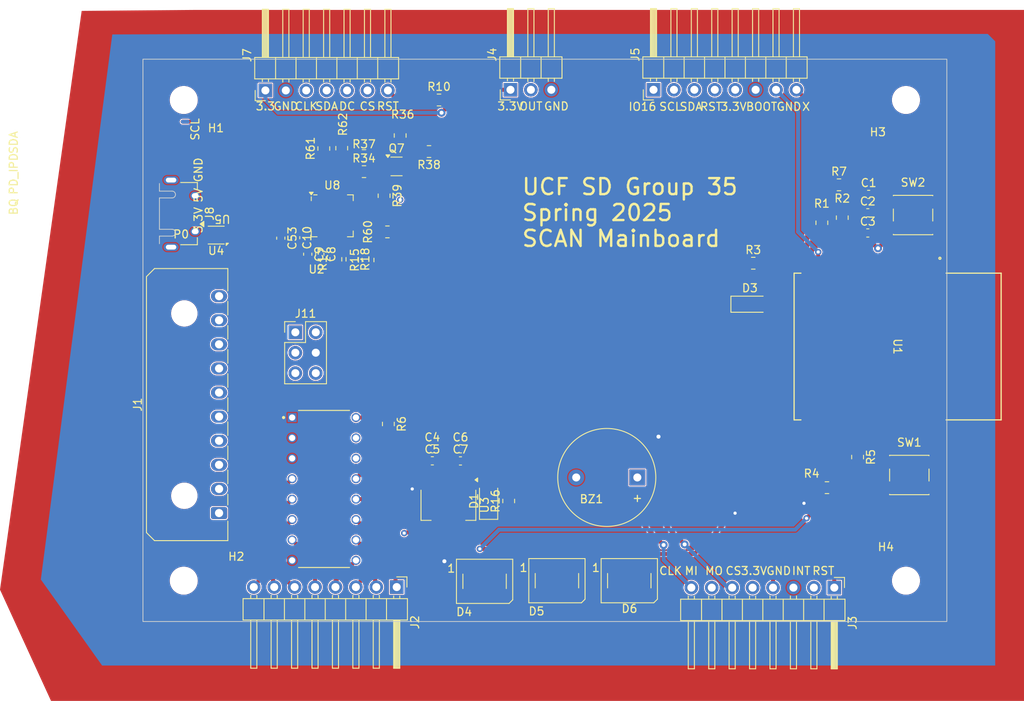
<source format=kicad_pcb>
(kicad_pcb (version 20240108) (generator "pcbnew") (generator_version "8.0")
  (title_block (title "SCAN") (date "2025-01-30") (rev "v1.0") (company "Jonah Sprandel"))
  (layers (0 "F.Cu" signal) (31 "B.Cu" signal) (34 "B.Paste" user) (35 "F.Paste" user) (36 "B.SilkS" user "B.Silkscreen") (37 "F.SilkS" user "F.Silkscreen") (38 "B.Mask" user) (39 "F.Mask" user) (44 "Edge.Cuts" user))
  (net 0 "")
  (net 1 "/RGB_1")
  (net 2 "/RGB_12")
  (net 3 "AGND")
  (net 4 "/RGB_23")
  (net 6 "/P2")
  (net 7 "/P4")
  (net 8 "/TFT_RESET_N")
  (net 9 "/P7")
  (net 10 "/P3")
  (net 11 "/P6")
  (net 12 "/P0")
  (net 13 "3.3V_SYS")
  (net 14 "/P5")
  (net 15 "/Auto Download/RTS")
  (net 16 "/Auto Download/DTR")
  (net 17 "/P1")
  (net 18 "/BQ25798_INT")
  (net 19 "/I2C_SDA")
  (net 20 "/I2C_SCL")
  (net 21 "/CHIP_PU")
  (net 22 "/KEYPAD_INT")
  (net 23 "/GPIO12_BREAKOUT")
  (net 24 "/GPIO13_BREAKOUT")
  (net 25 "/UART_RXD")
  (net 26 "/PD_GPIO")
  (net 27 "/SPI_MISO")
  (net 28 "/PD_INT")
  (net 29 "/UART_TXD")
  (net 30 "/PIR_OUT")
  (net 31 "/SPI_CLK")
  (net 33 "/BUZZER_PWM")
  (net 34 "/TFT_DC")
  (net 35 "/BOOT")
  (net 36 "/SPI_MOSI")
  (net 37 "/TFT_CS")
  (net 38 "Net-(Q7A-B1)")
  (net 39 "Net-(Q7B-B2)")
  (net 40 "Net-(Q7B-C2)")
  (net 41 "Net-(Q7A-C1)")
  (net 56 "/USB-to-UART Bridge/VDD")
  (net 59 "5V_SYS")
  (net 60 "Net-(D1-A)")
  (net 61 "/NFC_INT")
  (net 62 "/NFC_RST")
  (net 63 "/SPI_CS")
  (net 64 "/USB-to-UART Bridge/TXD")
  (net 65 "/USB-to-UART Bridge/RXD")
  (net 66 "/RGB_CTRL")
  (net 68 "/MICRO_USB_D-")
  (net 69 "/MICRO_USB_D+")
  (net 70 "/USB-to-UART Bridge/RST")
  (net 71 "/USB-to-UART Bridge/VBUS_SNS")
  (net 72 "Net-(R37-Pad2)")
  (net 73 "/USB-to-UART Bridge/SUSPEND")
  (net 74 "3.3V_LDO_OUT")
  (net 75 "VBUS")
  (net 76 "5V_PWR_BRD")
  (net 77 "3.3V_PWR_BRD")
  (net 78 "GND")
  (footprint "LED_SMD:LED_WS2812B_PLCC4_5.0x5.0mm_P3.2mm" (layer "F.Cu") (at 148.35 127)
    (property "Reference" "D5")
    (property "Value" "FAILURE_LED")
  )
  (footprint "Resistor_SMD:R_0805_2012Metric" (layer "F.Cu") (at 127.38 107.4925 -90)
    (property "Reference" "R6")
    (property "Value" "10k")
  )
  (footprint "Connector_PinHeader_2.54mm:PinHeader_1x08_P2.54mm_Horizontal" (layer "F.Cu") (at 160.365 65.89 90)
    (property "Reference" "J5")
    (property "Value" "DEBUG_BREAKOUT")
  )
  (footprint "Resistor_SMD:R_0805_2012Metric" (layer "F.Cu") (at 127.2625 83.58)
    (property "Reference" "R60")
    (property "Value" "0Ω")
  )
  (footprint "Resistor_SMD:R_0805_2012Metric" (layer "F.Cu") (at 172.7725 87.48)
    (property "Reference" "R3")
    (property "Value" "10k")
  )
  (footprint "Buzzer_Beeper:Buzzer_12x9.5RM7.6" (layer "F.Cu") (at 158.35 114.15 180)
    (property "Reference" "BZ1")
    (property "Value" "Buzzer")
  )
  (footprint "Resistor_SMD:R_0805_2012Metric" (layer "F.Cu") (at 183.4375 77.72)
    (property "Reference" "R7")
    (property "Value" "3.3k")
  )
  (footprint "MountingHole:MountingHole_3.2mm_M3" (layer "F.Cu") (at 101.93 67.16)
    (property "Reference" "H1")
    (property "Value" "MountingHole_Pad" (hide yes))
  )
  (footprint "Resistor_SMD:R_0805_2012Metric" (layer "F.Cu") (at 121.58 73.16 90)
    (property "Reference" "R62")
    (property "Value" "0Ω")
  )
  (footprint "LED_SMD:LED_WS2812B_PLCC4_5.0x5.0mm_P3.2mm" (layer "F.Cu") (at 139.35 127.08)
    (property "Reference" "D4")
    (property "Value" "SUCCESS_LED")
  )
  (footprint "Resistor_SMD:R_0805_2012Metric" (layer "F.Cu") (at 183.845 81.81 -90)
    (property "Reference" "R2")
    (property "Value" "2.2k")
  )
  (footprint "Connector_USB:USB_Micro-AB_Molex_47590-0001" (layer "F.Cu") (at 100 81.305 -90)
    (property "Reference" "J8")
    (property "Value" "USB_B_Micro")
    (fp_line (start -3.75 1.1) (end -2.8 1.1) (stroke (width 0.1)) (layer "Edge.Cuts"))
    (fp_line (start -1.95 1.1) (end 1.95 1.1) (stroke (width 0.1)) (layer "Edge.Cuts"))
    (fp_line (start 2.8 1.1) (end 3.75 1.1) (stroke (width 0.1)) (layer "Edge.Cuts"))
    (fp_line (start -2.8 -0.475) (end -2.8 1.1) (stroke (width 0.1)) (layer "Edge.Cuts"))
    (fp_line (start -1.95 -0.475) (end -1.95 1.1) (stroke (width 0.1)) (layer "Edge.Cuts"))
    (fp_line (start 1.95 -0.475) (end 1.95 1.1) (stroke (width 0.1)) (layer "Edge.Cuts"))
    (fp_line (start 2.8 -0.475) (end 2.8 1.1) (stroke (width 0.1)) (layer "Edge.Cuts"))
    (fp_arc (start -2.8 -0.475) (mid -2.375 -0.9) (end -1.95 -0.475) (stroke (width 0.1)) (layer "Edge.Cuts"))
    (fp_arc (start 1.95 -0.475) (mid 2.375 -0.9) (end 2.8 -0.475) (stroke (width 0.1)) (layer "Edge.Cuts"))
  )
  (footprint "LED_SMD:LED_WS2812B_PLCC4_5.0x5.0mm_P3.2mm" (layer "F.Cu") (at 157.35 127)
    (property "Reference" "D6")
    (property "Value" "ADMIN_LED")
  )
  (footprint "SCAN_footprints:ESP32-C6-WROOM-1-N8" (layer "F.Cu") (at 190.73 97.85 -90)
    (property "Reference" "U1")
    (property "Value" "ESP32-C6-WROOM-1-N8")
  )
  (footprint "SCAN_footprints:DMY0003A" (layer "F.Cu") (at 106.724999 81.979999 180)
    (property "Reference" "U5")
    (property "Value" "ESD122DMYR" (hide yes))
  )
  (footprint "Resistor_SMD:R_0805_2012Metric" (layer "F.Cu") (at 133.68 67.16)
    (property "Reference" "R10")
    (property "Value" "10k")
  )
  (footprint "MountingHole:MountingHole_3.2mm_M3" (layer "F.Cu") (at 191.77 127)
    (property "Reference" "H4")
    (property "Value" "MountingHole_Pad" (hide yes))
  )
  (footprint "Capacitor_SMD:C_0603_1608Metric" (layer "F.Cu") (at 115.85 84.305 -90)
    (property "Reference" "C10")
    (property "Value" "4.7u")
  )
  (footprint "SCAN_footprints:SW_SPST_PTS647_Sx38" (layer "F.Cu") (at 192.185 113.845)
    (property "Reference" "SW1")
    (property "Value" "RST_SWITCH")
  )
  (footprint "MountingHole:MountingHole_3.2mm_M3" (layer "F.Cu") (at 191.77 67.16)
    (property "Reference" "H3")
    (property "Value" "MountingHole_Pad" (hide yes))
  )
  (footprint "Resistor_SMD:R_0805_2012Metric" (layer "F.Cu") (at 120.85 86.9925 90)
    (property "Reference" "R17")
    (property "Value" "47.5k")
  )
  (footprint "Diode_SMD:D_SOD-123" (layer "F.Cu") (at 172.35 92.58)
    (property "Reference" "D3")
    (property "Value" "1N4148W")
  )
  (footprint "Capacitor_SMD:C_0603_1608Metric" (layer "F.Cu") (at 117.35 86.355 -90)
    (property "Reference" "C9")
    (property "Value" "4.7u")
  )
  (footprint "Capacitor_SMD:C_0603_1608Metric" (layer "F.Cu") (at 114 84.3625 -90)
    (property "Reference" "C53")
    (property "Value" ".1u")
  )
  (footprint "Connector_PinHeader_2.54mm:PinHeader_1x03_P2.54mm_Horizontal" (layer "F.Cu") (at 142.57 65.89 90)
    (property "Reference" "J4")
    (property "Value" "PIR_CONN")
  )
  (footprint "Resistor_SMD:R_0805_2012Metric" (layer "F.Cu") (at 181.305 82.445 -90)
    (property "Reference" "R1")
    (property "Value" "2.2k" (hide yes))
  )
  (footprint "Connector_PinHeader_2.54mm:PinHeader_1x08_P2.54mm_Horizontal" (layer "F.Cu") (at 182.85 127.865 -90)
    (property "Reference" "J3")
    (property "Value" "PN532_CONN")
  )
  (footprint "SCAN_footprints:DIP794W45P254L1969H508Q16" (layer "F.Cu") (at 119.38 115.58)
    (property "Reference" "U2")
    (property "Value" "PCF8574" (hide yes))
  )
  (footprint "Package_SON:WSON-6-1EP_2x2mm_P0.65mm_EP1x1.6mm" (layer "F.Cu") (at 105.9625 83.98 180)
    (property "Reference" "U4")
    (property "Value" "TVS2200DRV")
  )
  (footprint "Connector_PinHeader_2.54mm:PinHeader_1x07_P2.54mm_Horizontal" (layer "F.Cu") (at 112.085 65.97 90)
    (property "Reference" "J7")
    (property "Value" "TFT_CONN")
  )
  (footprint "Resistor_SMD:R_0805_2012Metric" (layer "F.Cu") (at 185.75 111.61 -90)
    (property "Reference" "R5")
    (property "Value" "10k")
  )
  (footprint "Capacitor_SMD:C_0603_1608Metric" (layer "F.Cu") (at 136.35 112.09)
    (property "Reference" "C7")
    (property "Value" "100nF")
  )
  (footprint "Connector_PinHeader_2.54mm:PinHeader_1x08_P2.54mm_Horizontal" (layer "F.Cu") (at 128.42 127.795 -90)
    (property "Reference" "J2")
    (property "Value" "KEYPAD_CONN")
  )
  (footprint "Resistor_SMD:R_0805_2012Metric" (layer "F.Cu") (at 126.85 79.08 -90)
    (property "Reference" "R39")
    (property "Value" "0Ω")
  )
  (footprint "Resistor_SMD:R_0805_2012Metric" (layer "F.Cu") (at 119.35 73.2 90)
    (property "Reference" "R61")
    (property "Value" "0Ω")
  )
  (footprint "Resistor_SMD:R_0805_2012Metric" (layer "F.Cu") (at 122.85 86.9925 -90)
    (property "Reference" "R18")
    (property "Value" "22.1k")
  )
  (footprint "Connector_Molex:Molex_Micro-Fit_3.0_43650-1000_1x10_P3.00mm_Horizontal" (layer "F.Cu") (at 106.32 118.58 90)
    (property "Reference" "J1")
    (property "Value" "Conn_01x10")
  )
  (footprint "LED_SMD:LED_1206_3216Metric" (layer "F.Cu") (at 139.85 117.08 90)
    (property "Reference" "D1")
    (property "Value" "LED")
  )
  (footprint "Resistor_SMD:R_0805_2012Metric" (layer "F.Cu") (at 124.85 87.08 90)
    (property "Reference" "R15")
    (property "Value" "1k")
  )
  (footprint "SCAN_footprints:SW_SPST_PTS647_Sx38" (layer "F.Cu") (at 192.65 81.48)
    (property "Reference" "SW2")
    (property "Value" "SW_Push")
  )
  (footprint "Package_DFN_QFN:QFN-28-1EP_5x5mm_P0.5mm_EP3.35x3.35mm" (layer "F.Cu") (at 120.4 81.58)
    (property "Reference" "U8")
    (property "Value" "CP2102N-A02-xQFN28")
  )
  (footprint "Resistor_SMD:R_0805_2012Metric" (layer "F.Cu") (at 181.94 115.42)
    (property "Reference" "R4")
    (property "Value" "10k")
  )
  (footprint "Resistor_SMD:R_0805_2012Metric" (layer "F.Cu") (at 128.85 71.58 90)
    (property "Reference" "R36")
    (property "Value" "0Ω")
  )
  (footprint "Capacitor_SMD:C_0603_1608Metric" (layer "F.Cu") (at 187.02 83.715)
    (property "Reference" "C3")
    (property "Value" "1u")
  )
  (footprint "Capacitor_SMD:C_0603_1608Metric" (layer "F.Cu") (at 132.85 110.58)
    (property "Reference" "C4")
    (property "Value" "10uF")
  )
  (footprint "MountingHole:MountingHole_3.2mm_M3" (layer "F.Cu") (at 101.93 127)
    (property "Reference" "H2")
    (property "Value" "MountingHole_Pad" (hide yes))
  )
  (footprint "Resistor_SMD:R_0805_2012Metric" (layer "F.Cu") (at 124.35 74.08 180)
    (property "Reference" "R37")
    (property "Value" "10k")
  )
  (footprint "Resistor_SMD:R_0805_2012Metric" (layer "F.Cu") (at 124.35 76.08)
    (property "Reference" "R34")
    (property "Value" "10k")
  )
  (footprint "Package_TO_SOT_SMD:SOT-223-3_TabPin2" (layer "F.Cu") (at 134.85 117.58 -90)
    (property "Reference" "U3")
    (property "Value" "AMS1117-3.3")
  )
  (footprint "Resistor_SMD:R_0805_2012Metric" (layer "F.Cu") (at 132.4375 73.58 180)
    (property "Reference" "R38")
    (property "Value" "0Ω")
  )
  (footprint "Resistor_SMD:R_0805_2012Metric" (layer "F.Cu") (at 142.35 117.08 90)
    (property "Reference" "R16")
    (property "Value" "1k")
  )
  (footprint "Package_TO_SOT_SMD:SOT-363_SC-70-6" (layer "F.Cu") (at 128.4 75.43)
    (property "Reference" "Q7")
    (property "Value" "BC847BDW1")
  )
  (footprint "Capacitor_SMD:C_0603_1608Metric" (layer "F.Cu") (at 118.85 86.355 -90)
    (property "Reference" "C8")
    (property "Value" ".1u")
  )
  (footprint "Capacitor_SMD:C_0603_1608Metric" (layer "F.Cu") (at 132.85 112.08)
    (property "Reference" "C5")
    (property "Value" "100nF")
  )
  (footprint "Capacitor_SMD:C_0603_1608Metric" (layer "F.Cu") (at 136.35 110.58)
    (property "Reference" "C6")
    (property "Value" "10uF")
  )
  (footprint "Connector_PinHeader_2.54mm:PinHeader_2x03_P2.54mm_Vertical" (layer "F.Cu") (at 115.81 96.08)
    (property "Reference" "J11")
    (property "Value" "PWR_MUX")
  )
  (footprint "Capacitor_SMD:C_0603_1608Metric" (layer "F.Cu") (at 187.1275 78.915)
    (property "Reference" "C1")
    (property "Value" "10u")
  )
  (footprint "Capacitor_SMD:C_0603_1608Metric" (layer "F.Cu") (at 187.02 81.205)
    (property "Reference" "C2")
    (property "Value" "0.1u")
  )
  (gr_rect (start 96.85 62.08) (end 196.85 132.08) (stroke (width 0.1)) (fill none) (layer "Edge.Cuts"))
  (gr_text "3.3V" (at 142.57 67.945 0) (layer "F.SilkS") (effects (font (size 1 1))))
  (gr_text "OUT" (at 145.11 67.945 0) (layer "F.SilkS") (effects (font (size 1 1))))
  (gr_text "BOOT" (at 171.78 68.58 0) (layer "F.SilkS") (effects (font (size 1 1)) (justify left bottom)))
  (gr_text "SDA" (at 163.525 68.58 0) (layer "F.SilkS") (effects (font (size 1 1)) (justify left bottom)))
  (gr_text "P0" (at 100.525 84.465 0) (layer "F.SilkS") (effects (font (size 1 1)) (justify left bottom)))
  (gr_text "X" (at 178.765 68.58 0) (layer "F.SilkS") (effects (font (size 1 1)) (justify left bottom)))
  (gr_text "BQ" (at 81.35 81.58 90) (layer "F.SilkS") (effects (font (size 1 1)) (justify left bottom)))
  (gr_text "3.3" (at 112.09 67.945 0) (layer "F.SilkS") (effects (font (size 1 1))))
  (gr_text "5V" (at 104.335 80.02 90) (layer "F.SilkS") (effects (font (size 1 1)) (justify left bottom)))
  (gr_text "3.3V" (at 168.605 68.58 0) (layer "F.SilkS") (effects (font (size 1 1)) (justify left bottom)))
  (gr_text "INT" (at 177.495 126.365 0) (layer "F.SilkS") (effects (font (size 1 1)) (justify left bottom)))
  (gr_text "RST" (at 166.065 68.58 0) (layer "F.SilkS") (effects (font (size 1 1)) (justify left bottom)))
  (gr_text "MO" (at 166.7 126.365 0) (layer "F.SilkS") (effects (font (size 1 1)) (justify left bottom)))
  (gr_text "PD" (at 81.35 75.865 90) (layer "F.SilkS") (effects (font (size 1 1)) (justify left bottom)))
  (gr_text "MI" (at 164.16 126.365 0) (layer "F.SilkS") (effects (font (size 1 1)) (justify left bottom)))
  (gr_text "UCF SD Group 35\nSpring 2025\nSCAN Mainboard" (at 143.85 85.58 0) (layer "F.SilkS") (effects (font (size 2 2) (thickness 0.3) (bold yes)) (justify left bottom)))
  (gr_text "CS" (at 169.24 126.365 0) (layer "F.SilkS") (effects (font (size 1 1)) (justify left bottom)))
  (gr_text "SDA" (at 119.71 67.945 0) (layer "F.SilkS") (effects (font (size 1 1))))
  (gr_text "GND" (at 174.32 126.365 0) (layer "F.SilkS") (effects (font (size 1 1)) (justify left bottom)))
  (gr_text "GND" (at 114.63 67.945 0) (layer "F.SilkS") (effects (font (size 1 1))))
  (gr_text "CLK" (at 117.17 67.945 0) (layer "F.SilkS") (effects (font (size 1 1))))
  (gr_text "RST" (at 127.33 67.945 0) (layer "F.SilkS") (effects (font (size 1 1))))
  (gr_text "SCL" (at 160.985 68.58 0) (layer "F.SilkS") (effects (font (size 1 1)) (justify left bottom)))
  (gr_text "GND" (at 175.59 68.58 0) (layer "F.SilkS") (effects (font (size 1 1)) (justify left bottom)))
  (gr_text "SDA" (at 81.35 73.96 90) (layer "F.SilkS") (effects (font (size 1 1)) (justify left bottom)))
  (gr_text "DC" (at 122.25 67.945 0) (layer "F.SilkS") (effects (font (size 1 1))))
  (gr_text "CLK" (at 160.985 126.365 0) (layer "F.SilkS") (effects (font (size 1 1)) (justify left bottom)))
  (gr_text "SCL" (at 103.935 72.295 90) (layer "F.SilkS") (effects (font (size 1 1)) (justify left bottom)))
  (gr_text "IO16" (at 157.175 68.58 0) (layer "F.SilkS") (effects (font (size 1 1)) (justify left bottom)))
  (gr_text "3.3V" (at 104.335 83.83 90) (layer "F.SilkS") (effects (font (size 1 1)) (justify left bottom)))
  (gr_text "PD_I" (at 81.35 79.04 90) (layer "F.SilkS") (effects (font (size 1 1)) (justify left bottom)))
  (gr_text "GND" (at 148.285 67.945 0) (layer "F.SilkS") (effects (font (size 1 1))))
  (gr_text "RST" (at 180.035 126.365 0) (layer "F.SilkS") (effects (font (size 1 1)) (justify left bottom)))
  (gr_text "3.3V" (at 171.145 126.365 0) (layer "F.SilkS") (effects (font (size 1 1)) (justify left bottom)))
  (gr_text "GND" (at 104.335 77.48 90) (layer "F.SilkS") (effects (font (size 1 1)) (justify left bottom)))
  (gr_text "CS" (at 124.79 67.945 0) (layer "F.SilkS") (effects (font (size 1 1))))
  (segment (start 182.8525 115.7775) (end 182.8525 115.42) (width 0.5) (layer "F.Cu") (net 1))
  (segment (start 139.41 123.04) (end 138.76 123.04) (width 0.5) (layer "F.Cu") (net 1))
  (segment (start 179.4 119.23) (end 182.8525 115.7775) (width 0.5) (layer "F.Cu") (net 1))
  (segment (start 141.8 125.43) (end 139.41 123.04) (width 0.5) (layer "F.Cu") (net 1))
  (via (at 179.4 119.23) (size 0.8) (drill 0.4) (layers "F.Cu" "B.Cu") (net 1))
  (via (at 138.76 123.04) (size 0.8) (drill 0.4) (layers "F.Cu" "B.Cu") (net 1))
  (segment (start 141.15 120.65) (end 138.76 123.04) (width 0.5) (layer "B.Cu") (net 1))
  (segment (start 179.4 119.23) (end 177.98 120.65) (width 0.5) (layer "B.Cu") (net 1))
  (segment (start 177.98 120.65) (end 141.15 120.65) (width 0.5) (layer "B.Cu") (net 1))
  (segment (start 114.395 120.405) (end 114.395 126.62) (width 0.5) (layer "F.Cu") (net 6))
  (segment (start 114.395 126.62) (end 115.57 127.795) (width 0.5) (layer "F.Cu") (net 6))
  (segment (start 115.41 119.39) (end 114.395 120.405) (width 0.5) (layer "F.Cu") (net 6))
  (segment (start 120.8 127.02) (end 123.35 124.47) (width 0.5) (layer "F.Cu") (net 7))
  (segment (start 120.8 127.795) (end 120.8 127.02) (width 0.5) (layer "F.Cu") (net 7))
  (segment (start 132.7675 67.16) (end 128.515 67.16) (width 0.5) (layer "F.Cu") (net 8))
  (segment (start 128.515 67.16) (end 127.325 65.97) (width 0.5) (layer "F.Cu") (net 8))
  (segment (start 128.27 118.27) (end 128.27 127.795) (width 0.5) (layer "F.Cu") (net 9))
  (segment (start 123.35 116.85) (end 126.85 116.85) (width 0.5) (layer "F.Cu") (net 9))
  (segment (start 126.85 116.85) (end 128.27 118.27) (width 0.5) (layer "F.Cu") (net 9))
  (segment (start 118.26 127.795) (end 118.26 124.78) (width 0.5) (layer "F.Cu") (net 10))
  (segment (start 118.26 124.78) (end 115.41 121.93) (width 0.5) (layer "F.Cu") (net 10))
  (segment (start 123.35 119.39) (end 125.73 121.77) (width 0.5) (layer "F.Cu") (net 11))
  (segment (start 125.73 121.77) (end 125.73 127.795) (width 0.5) (layer "F.Cu") (net 11))
  (segment (start 113.64 116.82) (end 111.88 118.58) (width 0.5) (layer "F.Cu") (net 12))
  (segment (start 113.64 116.08) (end 113.64 116.82) (width 0.5) (layer "F.Cu") (net 12))
  (segment (start 111.88 126.405) (end 110.49 127.795) (width 0.5) (layer "F.Cu") (net 12))
  (segment (start 115.41 114.31) (end 113.64 116.08) (width 0.5) (layer "F.Cu") (net 12))
  (segment (start 111.88 118.58) (end 111.88 126.405) (width 0.5) (layer "F.Cu") (net 12))
  (segment (start 175.335 125.58) (end 181.305 125.58) (width 0.5) (layer "F.Cu") (net 13))
  (segment (start 183.845 80.8975) (end 184.1525 81.205) (width 0.5) (layer "F.Cu") (net 13))
  (segment (start 126.7225 106.5625) (end 126.595 106.69) (width 0.5) (layer "F.Cu") (net 13))
  (segment (start 184.1525 81.205) (end 186.245 81.205) (width 0.5) (layer "F.Cu") (net 13))
  (segment (start 141.3 65.89) (end 142.57 65.89) (width 0.5) (layer "F.Cu") (net 13))
  (segment (start 134.5925 68.1525) (end 134.5925 67.16) (width 0.5) (layer "F.Cu") (net 13))
  (segment (start 181.305 81.5325) (end 183.21 81.5325) (width 0.5) (layer "F.Cu") (net 13))
  (segment (start 185.75 121.135) (end 185.75 112.5225) (width 0.5) (layer "F.Cu") (net 13))
  (segment (start 133.9975 68.7475) (end 134.5925 68.1525) (width 0.5) (layer "F.Cu") (net 13))
  (segment (start 127 106.5625) (end 126.7225 106.5625) (width 0.5) (layer "F.Cu") (net 13))
  (segment (start 186.3525 78.915) (end 186.3525 81.0975) (width 0.5) (layer "F.Cu") (net 13))
  (segment (start 140.03 67.16) (end 141.3 65.89) (width 0.5) (layer "F.Cu") (net 13))
  (segment (start 186.3525 81.0975) (end 186.245 81.205) (width 0.5) (layer "F.Cu") (net 13))
  (segment (start 175.23 125.685) (end 175.335 125.58) (width 0.5) (layer "F.Cu") (net 13))
  (segment (start 126.595 106.69) (end 123.35 106.69) (width 0.5) (layer "F.Cu") (net 13))
  (segment (start 134.5925 67.16) (end 140.03 67.16) (width 0.5) (layer "F.Cu") (net 13))
  (segment (start 183.21 81.5325) (end 183.845 80.8975) (width 0.5) (layer "F.Cu") (net 13))
  (segment (start 175.23 127.865) (end 175.23 125.685) (width 0.5) (layer "F.Cu") (net 13))
  (segment (start 181.305 125.58) (end 185.75 121.135) (width 0.5) (layer "F.Cu") (net 13))
  (via (at 133.9975 68.7475) (size 1) (drill 0.5) (layers "F.Cu" "B.Cu") (net 13))
  (segment (start 112.09 67.16) (end 112.09 65.89) (width 0.5) (layer "B.Cu") (net 13))
  (segment (start 133.9975 68.7475) (end 113.6775 68.7475) (width 0.5) (layer "B.Cu") (net 13))
  (segment (start 113.6775 68.7475) (end 112.09 67.16) (width 0.5) (layer "B.Cu") (net 13))
  (segment (start 123.35 121.93) (end 124.365 122.945) (width 0.5) (layer "F.Cu") (net 14))
  (segment (start 124.365 126.62) (end 123.19 127.795) (width 0.5) (layer "F.Cu") (net 14))
  (segment (start 124.365 122.945) (end 124.365 126.62) (width 0.5) (layer "F.Cu") (net 14))
  (segment (start 124.35 78.58) (end 123.4375 77.6675) (width 0.5) (layer "F.Cu") (net 15))
  (segment (start 130.35 77.08) (end 130.35 80.08) (width 0.5) (layer "F.Cu") (net 15))
  (segment (start 120.9 79.13) (end 120.9 78.6175) (width 0.25) (layer "F.Cu") (net 15))
  (segment (start 129.35 76.08) (end 130.35 77.08) (width 0.5) (layer "F.Cu") (net 15))
  (segment (start 120.9 78.6175) (end 123.4375 76.08) (width 0.25) (layer "F.Cu") (net 15))
  (segment (start 124.35 80.08) (end 124.35 78.58) (width 0.5) (layer "F.Cu") (net 15))
  (segment (start 123.4375 77.6675) (end 123.4375 76.08) (width 0.5) (layer "F.Cu") (net 15))
  (segment (start 128.85 81.58) (end 125.85 81.58) (width 0.5) (layer "F.Cu") (net 15))
  (segment (start 125.85 81.58) (end 124.35 80.08) (width 0.5) (layer "F.Cu") (net 15))
  (segment (start 130.35 80.08) (end 128.85 81.58) (width 0.5) (layer "F.Cu") (net 15))
  (segment (start 127.45 74.78) (end 125.9625 74.78) (width 0.5) (layer "F.Cu") (net 16))
  (segment (start 125.9625 74.78) (end 125.2625 74.08) (width 0.5) (layer "F.Cu") (net 16))
  (segment (start 113.03 119.23) (end 113.03 127.795) (width 0.5) (layer "F.Cu") (net 17))
  (segment (start 115.41 116.85) (end 113.03 119.23) (width 0.5) (layer "F.Cu") (net 17))
  (segment (start 190.025 83.885) (end 190.025 83.08) (width 0.5) (layer "F.Cu") (net 21))
  (segment (start 188.29 85.62) (end 190.025 83.885) (width 0.5) (layer "F.Cu") (net 21))
  (segment (start 190.025 83.08) (end 195.275 83.08) (width 0.5) (layer "F.Cu") (net 21))
  (segment (start 128.4375 79.9925) (end 128.85 79.58) (width 0.5) (layer "F.Cu") (net 21))
  (segment (start 188.22 85.62) (end 186.315 83.715) (width 0.5) (layer "F.Cu") (net 21))
  (segment (start 188.29 85.62) (end 188.22 85.62) (width 0.5) (layer "F.Cu") (net 21))
  (segment (start 186.315 83.715) (end 186.245 83.715) (width 0.5) (layer "F.Cu") (net 21))
  (segment (start 126.85 79.9925) (end 128.4375 79.9925) (width 0.5) (layer "F.Cu") (net 21))
  (via (at 128.85 79.58) (size 0.8) (drill 0.4) (layers "F.Cu" "B.Cu") (net 21))
  (via (at 188.29 85.62) (size 1) (drill 0.5) (layers "F.Cu" "B.Cu") (net 21))
  (segment (start 127.38 110.28) (end 127.38 108.405) (width 0.5) (layer "F.Cu") (net 22))
  (segment (start 123.35 114.31) (end 127.38 110.28) (width 0.5) (layer "F.Cu") (net 22))
  (segment (start 180.75 89.1) (end 180.75 88.5285) (width 0.5) (layer "F.Cu") (net 23))
  (segment (start 180.85 88.4285) (end 180.85 86.08) (width 0.5) (layer "F.Cu") (net 23))
  (segment (start 180.75 88.5285) (end 180.85 88.4285) (width 0.5) (layer "F.Cu") (net 23))
  (via (at 180.85 86.08) (size 0.8) (drill 0.4) (layers "F.Cu" "B.Cu") (net 23))
  (segment (start 178.35 68.635) (end 175.605 65.89) (width 0.5) (layer "B.Cu") (net 23))
  (segment (start 180.85 86.08) (end 178.35 83.58) (width 0.5) (layer "B.Cu") (net 23))
  (segment (start 178.35 83.58) (end 178.35 68.635) (width 0.5) (layer "B.Cu") (net 23))
  (segment (start 179.48 67.225) (end 178.145 65.89) (width 0.5) (layer "F.Cu") (net 24))
  (segment (start 179.48 89.1) (end 179.48 67.225) (width 0.5) (layer "F.Cu") (net 24))
  (segment (start 101.795 72.4) (end 119.2375 72.4) (width 0.5) (layer "F.Cu") (net 25))
  (segment (start 119.2375 72.4) (end 119.35 72.2875) (width 0.5) (layer "F.Cu") (net 25))
  (segment (start 101.795 69.86) (end 119.1925 69.86) (width 0.5) (layer "F.Cu") (net 29))
  (segment (start 119.1925 69.86) (end 121.58 72.2475) (width 0.5) (layer "F.Cu") (net 29))
  (segment (start 102.43 69.86) (end 101.795 69.86) (width 0.5) (layer "B.Cu") (net 29))
  (segment (start 161.62 122.555) (end 158.93 119.865) (width 0.5) (layer "F.Cu") (net 31))
  (segment (start 158.93 119.865) (end 149.07561 119.865) (width 0.5) (layer "F.Cu") (net 31))
  (segment (start 134.35 105.13939) (end 134.35 83.07) (width 0.5) (layer "F.Cu") (net 31))
  (segment (start 149.07561 119.865) (end 134.35 105.13939) (width 0.5) (layer "F.Cu") (net 31))
  (via (at 161.62 122.555) (size 1) (drill 0.5) (layers "F.Cu" "B.Cu") (net 31))
  (segment (start 161.62 124.415) (end 165.07 127.865) (width 0.5) (layer "B.Cu") (net 31))
  (segment (start 161.62 122.555) (end 161.62 124.415) (width 0.5) (layer "B.Cu") (net 31))
  (segment (start 189.56 115.445) (end 194.81 115.445) (width 0.5) (layer "F.Cu") (net 35))
  (segment (start 160.35 118.595) (end 150.455 118.595) (width 0.5) (layer "F.Cu") (net 36))
  (segment (start 150.455 118.595) (end 136.35 104.49) (width 0.5) (layer "F.Cu") (net 36))
  (segment (start 164.235 122.48) (end 160.35 118.595) (width 0.5) (layer "F.Cu") (net 36))
  (segment (start 136.35 104.49) (end 136.35 82.53) (width 0.5) (layer "F.Cu") (net 36))
  (via (at 164.235 122.48) (size 1) (drill 0.5) (layers "F.Cu" "B.Cu") (net 36))
  (segment (start 164.235 122.48) (end 169.62 127.865) (width 0.5) (layer "B.Cu") (net 36))
  (segment (start 169.62 127.865) (end 170.15 127.865) (width 0.5) (layer "B.Cu") (net 36))
  (segment (start 125.2625 76.08) (end 125.9125 75.43) (width 0.5) (layer "F.Cu") (net 38))
  (segment (start 125.9125 75.43) (end 127.45 75.43) (width 0.5) (layer "F.Cu") (net 38))
  (segment (start 129.702352 75.43) (end 131.525 73.607352) (width 0.5) (layer "F.Cu") (net 39))
  (segment (start 129.35 75.43) (end 129.702352 75.43) (width 0.5) (layer "F.Cu") (net 39))
  (segment (start 131.525 73.607352) (end 131.525 73.58) (width 0.5) (layer "F.Cu") (net 39))
  (segment (start 126.7625 76.7675) (end 126.7625 78.08) (width 0.5) (layer "F.Cu") (net 40))
  (segment (start 127.45 76.08) (end 126.7625 76.7675) (width 0.5) (layer "F.Cu") (net 40))
  (segment (start 128.85 74.28) (end 129.35 74.78) (width 0.5) (layer "F.Cu") (net 41))
  (segment (start 128.85 72.4925) (end 128.85 74.28) (width 0.5) (layer "F.Cu") (net 41))
  (segment (start 117.95 82.58) (end 116.8 82.58) (width 0.25) (layer "F.Cu") (net 56))
  (segment (start 114 83.5875) (end 115.7925 83.5875) (width 0.5) (layer "F.Cu") (net 56))
  (segment (start 115.7925 83.5875) (end 115.85 83.53) (width 0.5) (layer "F.Cu") (net 56))
  (segment (start 116.8 82.58) (end 115.85 83.53) (width 0.25) (layer "F.Cu") (net 56))
  (segment (start 132.55 112.555) (end 132.075 112.08) (width 0.5) (layer "F.Cu") (net 59))
  (segment (start 154.9 124.68) (end 155.905 123.675) (width 0.5) (layer "F.Cu") (net 59))
  (segment (start 132.55 114.43) (end 132.55 112.555) (width 0.5) (layer "F.Cu") (net 59))
  (segment (start 117.95 83.08) (end 117.35 83.68) (width 0.25) (layer "F.Cu") (net 59))
  (segment (start 154.9 125.35) (end 154.9 124.68) (width 0.5) (layer "F.Cu") (net 59))
  (segment (start 155.905 123.675) (end 165.43 123.675) (width 0.5) (layer "F.Cu") (net 59))
  (segment (start 165.43 123.675) (end 170.51 118.595) (width 0.5) (layer "F.Cu") (net 59))
  (segment (start 117.35 83.68) (end 117.35 85.58) (width 0.25) (layer "F.Cu") (net 59))
  (segment (start 179.0825 117.365) (end 181.0275 115.42) (width 0.5) (layer "F.Cu") (net 59))
  (segment (start 132.075 112.08) (end 132.075 110.58) (width 0.5) (layer "F.Cu") (net 59))
  (segment (start 131.5 114.43) (end 130.35 115.58) (width 0.5) (layer "F.Cu") (net 59))
  (segment (start 136.9 125.43) (end 138.05 126.58) (width 0.5) (layer "F.Cu") (net 59))
  (segment (start 122.85 87.905) (end 121.9605 88.7945) (width 0.5) (layer "F.Cu") (net 59))
  (segment (start 121.9605 88.7945) (end 116.5645 88.7945) (width 0.5) (layer "F.Cu") (net 59))
  (segment (start 116.5645 88.7945) (end 115.85 88.08) (width 0.5) (layer "F.Cu") (net 59))
  (segment (start 118.85 85.58) (end 117.35 85.58) (width 0.5) (layer "F.Cu") (net 59))
  (segment (start 136.9 125.43) (end 135.2 125.43) (width 0.5) (layer "F.Cu") (net 59))
  (segment (start 135.2 125.43) (end 134.35 124.58) (width 0.5) (layer "F.Cu") (net 59))
  (segment (start 144.67 126.58) (end 145.9 125.35) (width 0.5) (layer "F.Cu") (net 59))
  (segment (start 115.85 87.08) (end 117.35 85.58) (width 0.5) (layer "F.Cu") (net 59))
  (segment (start 132.55 114.43) (end 131.5 114.43) (width 0.5) (layer "F.Cu") (net 59))
  (segment (start 138.05 126.58) (end 144.67 126.58) (width 0.5) (layer "F.Cu") (net 59))
  (segment (start 115.85 88.08) (end 115.85 87.08) (width 0.5) (layer "F.Cu") (net 59))
  (via (at 134.35 124.58) (size 1) (drill 0.5) (layers "F.Cu" "B.Cu") (net 59))
  (via (at 160.985 109.07) (size 1) (drill 0.5) (layers "F.Cu" "B.Cu") (net 59))
  (via (at 130.35 115.58) (size 0.8) (drill 0.4) (layers "F.Cu" "B.Cu") (net 59))
  (via (at 170.51 118.595) (size 0.8) (drill 0.4) (layers "F.Cu" "B.Cu") (net 59))
  (via (at 179.0825 117.365) (size 0.8) (drill 0.4) (layers "F.Cu" "B.Cu") (net 59))
  (segment (start 170.51 118.595) (end 160.985 109.07) (width 0.5) (layer "B.Cu") (net 59))
  (segment (start 177.8525 118.595) (end 170.51 118.595) (width 0.5) (layer "B.Cu") (net 59))
  (segment (start 179.0825 117.365) (end 177.8525 118.595) (width 0.5) (layer "B.Cu") (net 59))
  (segment (start 139.85 115.68) (end 141.8625 115.68) (width 0.5) (layer "F.Cu") (net 60))
  (segment (start 141.8625 115.68) (end 142.35 116.1675) (width 0.5) (layer "F.Cu") (net 60))
  (segment (start 182.85 127.865) (end 182.85 125.685) (width 0.5) (layer "F.Cu") (net 62))
  (segment (start 185.75 106.68) (end 185.83 106.6) (width 0.5) (layer "F.Cu") (net 62))
  (segment (start 182.85 125.685) (end 187.02 121.515) (width 0.5) (layer "F.Cu") (net 62))
  (segment (start 187.02 121.515) (end 187.02 111.9675) (width 0.5) (layer "F.Cu") (net 62))
  (segment (start 187.02 111.9675) (end 185.75 110.6975) (width 0.5) (layer "F.Cu") (net 62))
  (segment (start 185.75 110.6975) (end 185.75 106.68) (width 0.5) (layer "F.Cu") (net 62))
  (segment (start 119.9 79.13) (end 119.9 74.6625) (width 0.25) (layer "F.Cu") (net 64))
  (segment (start 119.9 74.6625) (end 119.35 74.1125) (width 0.25) (layer "F.Cu") (net 64))
  (segment (start 120.4 79.13) (end 120.4 75.2525) (width 0.25) (layer "F.Cu") (net 65))
  (segment (start 120.4 75.2525) (end 121.58 74.0725) (width 0.25) (layer "F.Cu") (net 65))
  (segment (start 109.1932 82.055) (end 108.768202 82.479998) (width 0.2) (layer "F.Cu") (net 68))
  (segment (start 103.261603 82.178) (end 103.73822 82.178) (width 0.2) (layer "F.Cu") (net 68))
  (segment (start 103.025 81.955) (end 103.038603 81.955) (width 0.2) (layer "F.Cu") (net 68))
  (segment (start 103.765219 82.204999) (end 106.1 82.204999) (width 0.2) (layer "F.Cu") (net 68))
  (segment (start 103.038603 81.955) (end 103.261603 82.178) (width 0.2) (layer "F.Cu") (net 68))
  (segment (start 117.349999 82.08) (end 117.324999 82.055) (width 0.2) (layer "F.Cu") (net 68))
  (segment (start 103.73822 82.178) (end 103.765219 82.204999) (width 0.2) (layer "F.Cu") (net 68))
  (segment (start 106.374999 82.479998) (end 106.599998 82.479998) (width 0.2) (layer "F.Cu") (net 68))
  (segment (start 117.324999 82.055) (end 109.1932 82.055) (width 0.2) (layer "F.Cu") (net 68))
  (segment (start 106.1 82.204999) (end 106.374999 82.479998) (width 0.2) (layer "F.Cu") (net 68))
  (segment (start 117.95 82.08) (end 117.349999 82.08) (width 0.2) (layer "F.Cu") (net 68))
  (segment (start 108.768202 82.479998) (end 106.599998 82.479998) (width 0.2) (layer "F.Cu") (net 68))
  (segment (start 103.248 81.528) (end 103.73822 81.528) (width 0.2) (layer "F.Cu") (net 69))
  (segment (start 103.73822 81.528) (end 103.965219 81.754999) (width 0.2) (layer "F.Cu") (net 69))
  (segment (start 109.0068 81.605) (end 108.581803 82.029997) (width 0.2) (layer "F.Cu") (net 69))
  (segment (start 108.581803 82.029997) (end 107.226999 82.029997) (width 0.2) (layer "F.Cu") (net 69))
  (segment (start 106.374999 81.48) (end 106.599998 81.48) (width 0.2) (layer "F.Cu") (net 69))
  (segment (start 107.226999 81.603) (end 106.722998 81.603) (width 0.2) (layer "F.Cu") (net 69))
  (segment (start 107.226999 82.029997) (end 107.226999 81.603) (width 0.2) (layer "F.Cu") (net 69))
  (segment (start 106.1 81.754999) (end 106.374999 81.48) (width 0.2) (layer "F.Cu") (net 69))
  (segment (start 106.722998 81.603) (end 106.599998 81.48) (width 0.2) (layer "F.Cu") (net 69))
  (segment (start 103.965219 81.754999) (end 106.1 81.754999) (width 0.2) (layer "F.Cu") (net 69))
  (segment (start 117.349999 81.58) (end 117.324999 81.605) (width 0.2) (layer "F.Cu") (net 69))
  (segment (start 117.324999 81.605) (end 109.0068 81.605) (width 0.2) (layer "F.Cu") (net 69))
  (segment (start 117.95 81.58) (end 117.349999 81.58) (width 0.2) (layer "F.Cu") (net 69))
  (segment (start 103.025 81.305) (end 103.248 81.528) (width 0.2) (layer "F.Cu") (net 69))
  (segment (start 123.7625 85.08) (end 124.85 86.1675) (width 0.25) (layer "F.Cu") (net 70))
  (segment (start 120.050001 85.08) (end 123.7625 85.08) (width 0.25) (layer "F.Cu") (net 70))
  (segment (start 119.4 84.429999) (end 120.050001 85.08) (width 0.25) (layer "F.Cu") (net 70))
  (segment (start 119.4 84.03) (end 119.4 84.429999) (width 0.25) (layer "F.Cu") (net 70))
  (segment (start 118.9 84.03) (end 118.9 84.429999) (width 0.25) (layer "F.Cu") (net 71))
  (segment (start 122.85 86.08) (end 120.85 86.08) (width 0.5) (layer "F.Cu") (net 71))
  (segment (start 120.550001 86.08) (end 120.85 86.08) (width 0.25) (layer "F.Cu") (net 71))
  (segment (start 118.9 84.429999) (end 120.550001 86.08) (width 0.25) (layer "F.Cu") (net 71))
  (segment (start 125.248 84.682) (end 126.35 83.58) (width 0.25) (layer "F.Cu") (net 73))
  (segment (start 120.4 84.03) (end 120.4 84.429999) (width 0.25) (layer "F.Cu") (net 73))
  (segment (start 120.652001 84.682) (end 125.248 84.682) (width 0.25) (layer "F.Cu") (net 73))
  (segment (start 120.4 84.429999) (end 120.652001 84.682) (width 0.25) (layer "F.Cu") (net 73))
  (segment (start 139.6125 120.73) (end 134.85 120.73) (width 0.5) (layer "F.Cu") (net 74))
  (segment (start 134.5875 120.9925) (end 134.85 120.73) (width 0.5) (layer "F.Cu") (net 74))
  (segment (start 134.85 120.73) (end 134.85 114.43) (width 0.5) (layer "F.Cu") (net 74))
  (segment (start 129.35 120.9925) (end 134.5875 120.9925) (width 0.5) (layer "F.Cu") (net 74))
  (segment (start 135.575 112.09) (end 135.575 110.58) (width 0.5) (layer "F.Cu") (net 74))
  (segment (start 142.35 117.9925) (end 139.6125 120.73) (width 0.5) (layer "F.Cu") (net 74))
  (segment (start 134.85 112.815) (end 135.575 112.09) (width 0.5) (layer "F.Cu") (net 74))
  (segment (start 134.85 114.43) (end 134.85 112.815) (width 0.5) (layer "F.Cu") (net 74))
  (via (at 129.35 121.08) (size 0.8) (drill 0.4) (layers "F.Cu" "B.Cu") (net 74))
  (segment (start 103.025 82.605) (end 104.35 82.605) (width 0.25) (layer "F.Cu") (net 75))
  (segment (start 104.8375 83.0925) (end 105.075 83.33) (width 0.25) (layer "F.Cu") (net 75))
  (segment (start 105.075 83.98) (end 105.075 84.63) (width 0.25) (layer "F.Cu") (net 75))
  (segment (start 105.075 83.33) (end 105.075 83.98) (width 0.25) (layer "F.Cu") (net 75))
  (segment (start 106.35 86.58) (end 105.075 85.305) (width 0.5) (layer "F.Cu") (net 75))
  (segment (start 105.075 85.305) (end 105.075 84.63) (width 0.5) (layer "F.Cu") (net 75))
  (segment (start 104.35 82.605) (end 104.8375 83.0925) (width 0.25) (layer "F.Cu") (net 75))
  (zone (net 3) (net_name "AGND") (layer "F.Cu") (priority 1) (connect_pads yes (clearance 0.1)) (min_thickness 0.0253) (fill yes (thermal_gap 0.25) (thermal_bridge_width 0.32) (island_removal_mode 1) (island_area_min 10))
    (polygon (pts (xy 206.47 55.95) (xy 206.47 141.97) (xy 85.42 141.97) (xy 79.07 128.12) (xy 89.23 56.07) (xy 103.2 55.95)))
  )
  (zone (net 59) (net_name "5V_SYS") (layer "B.Cu") (connect_pads yes (clearance 0.1)) (min_thickness 0.0253) (fill yes (thermal_gap 0.25) (thermal_bridge_width 0.32) (island_removal_mode 1) (island_area_min 10))
    (polygon (pts (xy 201.95 58.94) (xy 202.87 59.86) (xy 202.87 137.56) (xy 91.77 137.56) (xy 84.15 126.85) (xy 93.04 59) (xy 108.28 58.94)))
  )
)
</source>
